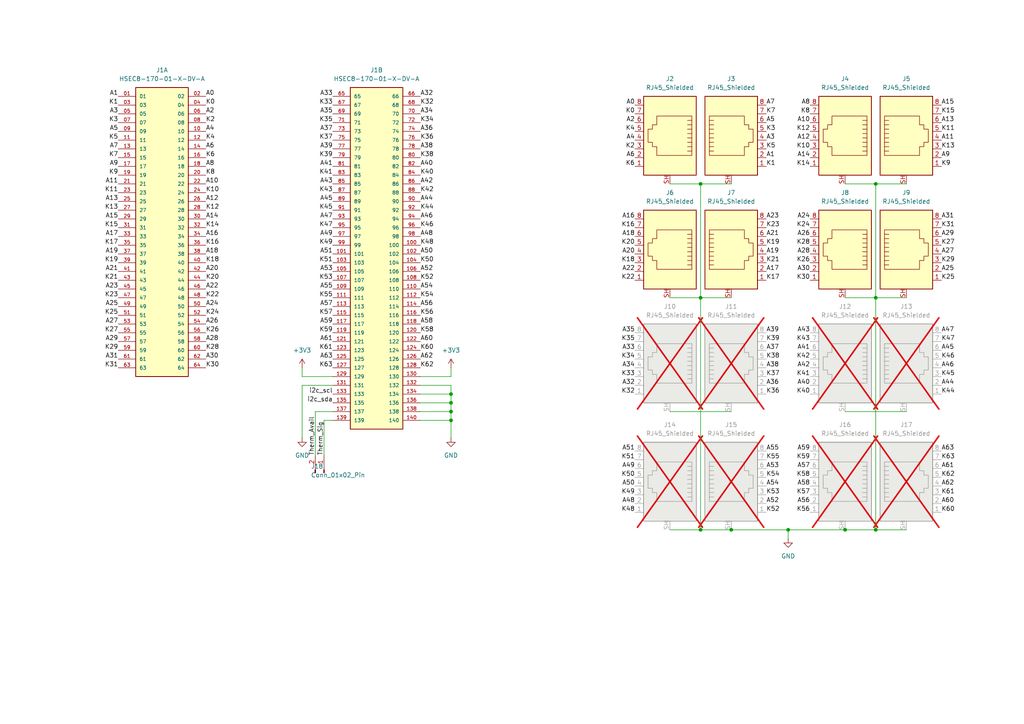
<source format=kicad_sch>
(kicad_sch (version 20250114) (generator "eeschema") (generator_version "9.0")
  (paper "A4")
  (title_block (title "A5202 to CAT6 RJ45 Backplane") (date "2025-05-18") (rev "1") (company "DarkQuest") (comment 1 "Noah Paladino"))
  (lib_symbols
    (symbol "Connector:Conn_01x02_Pin" (pin_names (offset 1.016) (hide yes))
      (property "Reference" "J" (at 0 2.54 0))
      (property "Value" "Conn_01x02_Pin" (at 0 -5.08 0))
      (symbol "Conn_01x02_Pin_1_1"
        (rectangle (start 0.8636 0.127) (end 0 -0.127) (stroke (width 0.1524)) (fill (type outline)))
        (rectangle (start 0.8636 -2.413) (end 0 -2.667) (stroke (width 0.1524)) (fill (type outline)))
        (polyline (pts (xy 1.27 0) (xy 0.8636 0)) (stroke (width 0.1524)))
        (polyline (pts (xy 1.27 -2.54) (xy 0.8636 -2.54)) (stroke (width 0.1524)))
        (pin passive line (at 5.08 0 180) (length 3.81) (name "Pin_1") (number "1"))
        (pin passive line (at 5.08 -2.54 180) (length 3.81) (name "Pin_2") (number "2"))
      )
    )
    (symbol "Connector:RJ45_Shielded" (pin_names (offset 1.016))
      (property "Reference" "J" (at -5.08 13.97 0))
      (property "Value" "RJ45_Shielded" (at 2.54 13.97 0))
      (symbol "RJ45_Shielded_0_1"
        (polyline (pts (xy -6.35 1.905) (xy -5.08 1.905) (xy -5.08 1.905)))
        (polyline (pts (xy -6.35 0.635) (xy -5.08 0.635) (xy -5.08 0.635)))
        (polyline (pts (xy -6.35 -0.635) (xy -5.08 -0.635) (xy -5.08 -0.635)))
        (polyline (pts (xy -6.35 -1.905) (xy -5.08 -1.905) (xy -5.08 -1.905)))
        (polyline (pts (xy -6.35 -3.175) (xy -5.08 -3.175) (xy -5.08 -3.175)))
        (polyline (pts (xy -6.35 -4.445) (xy -6.35 6.985) (xy 3.81 6.985) (xy 3.81 4.445) (xy 5.08 4.445) (xy 5.08 3.175) (xy 6.35 3.175) (xy 6.35 -0.635) (xy 5.08 -0.635) (xy 5.08 -1.905) (xy 3.81 -1.905) (xy 3.81 -4.445) (xy -6.35 -4.445) (xy -6.35 -4.445)))
        (polyline (pts (xy -5.08 5.715) (xy -6.35 5.715)))
        (polyline (pts (xy -5.08 4.445) (xy -6.35 4.445)))
        (polyline (pts (xy -5.08 3.175) (xy -6.35 3.175) (xy -6.35 3.175)))
        (rectangle (start 7.62 12.7) (end -7.62 -10.16) (stroke (width 0.254)) (fill (type background)))
      )
      (symbol "RJ45_Shielded_1_1"
        (pin passive line (at 0 -12.7 90) (length 2.54) (name "~") (number "SH"))
        (pin passive line (at 10.16 10.16 180) (length 2.54) (name "~") (number "8"))
        (pin passive line (at 10.16 7.62 180) (length 2.54) (name "~") (number "7"))
        (pin passive line (at 10.16 5.08 180) (length 2.54) (name "~") (number "6"))
        (pin passive line (at 10.16 2.54 180) (length 2.54) (name "~") (number "5"))
        (pin passive line (at 10.16 0 180) (length 2.54) (name "~") (number "4"))
        (pin passive line (at 10.16 -2.54 180) (length 2.54) (name "~") (number "3"))
        (pin passive line (at 10.16 -5.08 180) (length 2.54) (name "~") (number "2"))
        (pin passive line (at 10.16 -7.62 180) (length 2.54) (name "~") (number "1"))
      )
    )
    (symbol "HSEC8-170-01-X-DV-A:HSEC8-170-01-X-DV-A" (pin_names (offset 1.016))
      (property "Reference" "J" (at -7.62 41.402 0))
      (property "Value" "HSEC8-170-01-X-DV-A" (at -7.62 -43.942 0))
      (symbol "HSEC8-170-01-X-DV-A_1_0"
        (rectangle (start -7.62 -43.18) (end 7.62 40.64) (stroke (width 0.254)) (fill (type background)))
        (pin passive line (at -12.7 38.1 0) (length 5.08) (name "01") (number "01"))
        (pin passive line (at -12.7 35.56 0) (length 5.08) (name "03") (number "03"))
        (pin passive line (at -12.7 33.02 0) (length 5.08) (name "05") (number "05"))
        (pin passive line (at -12.7 30.48 0) (length 5.08) (name "07") (number "07"))
        (pin passive line (at -12.7 27.94 0) (length 5.08) (name "09") (number "09"))
        (pin passive line (at -12.7 25.4 0) (length 5.08) (name "11") (number "11"))
        (pin passive line (at -12.7 22.86 0) (length 5.08) (name "13") (number "13"))
        (pin passive line (at -12.7 20.32 0) (length 5.08) (name "15") (number "15"))
        (pin passive line (at -12.7 17.78 0) (length 5.08) (name "17") (number "17"))
        (pin passive line (at -12.7 15.24 0) (length 5.08) (name "19") (number "19"))
        (pin passive line (at -12.7 12.7 0) (length 5.08) (name "21") (number "21"))
        (pin passive line (at -12.7 10.16 0) (length 5.08) (name "23") (number "23"))
        (pin passive line (at -12.7 7.62 0) (length 5.08) (name "25") (number "25"))
        (pin passive line (at -12.7 5.08 0) (length 5.08) (name "27") (number "27"))
        (pin passive line (at -12.7 2.54 0) (length 5.08) (name "29") (number "29"))
        (pin passive line (at -12.7 0 0) (length 5.08) (name "31") (number "31"))
        (pin passive line (at -12.7 -2.54 0) (length 5.08) (name "33") (number "33"))
        (pin passive line (at -12.7 -5.08 0) (length 5.08) (name "35") (number "35"))
        (pin passive line (at -12.7 -7.62 0) (length 5.08) (name "37") (number "37"))
        (pin passive line (at -12.7 -10.16 0) (length 5.08) (name "39") (number "39"))
        (pin passive line (at -12.7 -12.7 0) (length 5.08) (name "41") (number "41"))
        (pin passive line (at -12.7 -15.24 0) (length 5.08) (name "43") (number "43"))
        (pin passive line (at -12.7 -17.78 0) (length 5.08) (name "45") (number "45"))
        (pin passive line (at -12.7 -20.32 0) (length 5.08) (name "47") (number "47"))
        (pin passive line (at -12.7 -22.86 0) (length 5.08) (name "49") (number "49"))
        (pin passive line (at -12.7 -25.4 0) (length 5.08) (name "51") (number "51"))
        (pin passive line (at -12.7 -27.94 0) (length 5.08) (name "53") (number "53"))
        (pin passive line (at -12.7 -30.48 0) (length 5.08) (name "55") (number "55"))
        (pin passive line (at -12.7 -33.02 0) (length 5.08) (name "57") (number "57"))
        (pin passive line (at -12.7 -35.56 0) (length 5.08) (name "59") (number "59"))
        (pin passive line (at -12.7 -38.1 0) (length 5.08) (name "61") (number "61"))
        (pin passive line (at -12.7 -40.64 0) (length 5.08) (name "63") (number "63"))
        (pin passive line (at 12.7 38.1 180) (length 5.08) (name "02") (number "02"))
        (pin passive line (at 12.7 35.56 180) (length 5.08) (name "04") (number "04"))
        (pin passive line (at 12.7 33.02 180) (length 5.08) (name "06") (number "06"))
        (pin passive line (at 12.7 30.48 180) (length 5.08) (name "08") (number "08"))
        (pin passive line (at 12.7 27.94 180) (length 5.08) (name "10") (number "10"))
        (pin passive line (at 12.7 25.4 180) (length 5.08) (name "12") (number "12"))
        (pin passive line (at 12.7 22.86 180) (length 5.08) (name "14") (number "14"))
        (pin passive line (at 12.7 20.32 180) (length 5.08) (name "16") (number "16"))
        (pin passive line (at 12.7 17.78 180) (length 5.08) (name "18") (number "18"))
        (pin passive line (at 12.7 15.24 180) (length 5.08) (name "20") (number "20"))
        (pin passive line (at 12.7 12.7 180) (length 5.08) (name "22") (number "22"))
        (pin passive line (at 12.7 10.16 180) (length 5.08) (name "24") (number "24"))
        (pin passive line (at 12.7 7.62 180) (length 5.08) (name "26") (number "26"))
        (pin passive line (at 12.7 5.08 180) (length 5.08) (name "28") (number "28"))
        (pin passive line (at 12.7 2.54 180) (length 5.08) (name "30") (number "30"))
        (pin passive line (at 12.7 0 180) (length 5.08) (name "32") (number "32"))
        (pin passive line (at 12.7 -2.54 180) (length 5.08) (name "34") (number "34"))
        (pin passive line (at 12.7 -5.08 180) (length 5.08) (name "36") (number "36"))
        (pin passive line (at 12.7 -7.62 180) (length 5.08) (name "38") (number "38"))
        (pin passive line (at 12.7 -10.16 180) (length 5.08) (name "40") (number "40"))
        (pin passive line (at 12.7 -12.7 180) (length 5.08) (name "42") (number "42"))
        (pin passive line (at 12.7 -15.24 180) (length 5.08) (name "44") (number "44"))
        (pin passive line (at 12.7 -17.78 180) (length 5.08) (name "46") (number "46"))
        (pin passive line (at 12.7 -20.32 180) (length 5.08) (name "48") (number "48"))
        (pin passive line (at 12.7 -22.86 180) (length 5.08) (name "50") (number "50"))
        (pin passive line (at 12.7 -25.4 180) (length 5.08) (name "52") (number "52"))
        (pin passive line (at 12.7 -27.94 180) (length 5.08) (name "54") (number "54"))
        (pin passive line (at 12.7 -30.48 180) (length 5.08) (name "56") (number "56"))
        (pin passive line (at 12.7 -33.02 180) (length 5.08) (name "58") (number "58"))
        (pin passive line (at 12.7 -35.56 180) (length 5.08) (name "60") (number "60"))
        (pin passive line (at 12.7 -38.1 180) (length 5.08) (name "62") (number "62"))
        (pin passive line (at 12.7 -40.64 180) (length 5.08) (name "64") (number "64"))
      )
      (symbol "HSEC8-170-01-X-DV-A_2_0"
        (rectangle (start -7.62 -50.8) (end 7.62 48.26) (stroke (width 0.254)) (fill (type background)))
        (pin passive line (at -12.7 45.72 0) (length 5.08) (name "65") (number "65"))
        (pin passive line (at -12.7 43.18 0) (length 5.08) (name "67") (number "67"))
        (pin passive line (at -12.7 40.64 0) (length 5.08) (name "69") (number "69"))
        (pin passive line (at -12.7 38.1 0) (length 5.08) (name "71") (number "71"))
        (pin passive line (at -12.7 35.56 0) (length 5.08) (name "73") (number "73"))
        (pin passive line (at -12.7 33.02 0) (length 5.08) (name "75") (number "75"))
        (pin passive line (at -12.7 30.48 0) (length 5.08) (name "77") (number "77"))
        (pin passive line (at -12.7 27.94 0) (length 5.08) (name "79") (number "79"))
        (pin passive line (at -12.7 25.4 0) (length 5.08) (name "81") (number "81"))
        (pin passive line (at -12.7 22.86 0) (length 5.08) (name "83") (number "83"))
        (pin passive line (at -12.7 20.32 0) (length 5.08) (name "85") (number "85"))
        (pin passive line (at -12.7 17.78 0) (length 5.08) (name "87") (number "87"))
        (pin passive line (at -12.7 15.24 0) (length 5.08) (name "89") (number "89"))
        (pin passive line (at -12.7 12.7 0) (length 5.08) (name "91") (number "91"))
        (pin passive line (at -12.7 10.16 0) (length 5.08) (name "93") (number "93"))
        (pin passive line (at -12.7 7.62 0) (length 5.08) (name "95") (number "95"))
        (pin passive line (at -12.7 5.08 0) (length 5.08) (name "97") (number "97"))
        (pin passive line (at -12.7 2.54 0) (length 5.08) (name "99") (number "99"))
        (pin passive line (at -12.7 0 0) (length 5.08) (name "101") (number "101"))
        (pin passive line (at -12.7 -2.54 0) (length 5.08) (name "103") (number "103"))
        (pin passive line (at -12.7 -5.08 0) (length 5.08) (name "105") (number "105"))
        (pin passive line (at -12.7 -7.62 0) (length 5.08) (name "107") (number "107"))
        (pin passive line (at -12.7 -10.16 0) (length 5.08) (name "109") (number "109"))
        (pin passive line (at -12.7 -12.7 0) (length 5.08) (name "111") (number "111"))
        (pin passive line (at -12.7 -15.24 0) (length 5.08) (name "113") (number "113"))
        (pin passive line (at -12.7 -17.78 0) (length 5.08) (name "115") (number "115"))
        (pin passive line (at -12.7 -20.32 0) (length 5.08) (name "117") (number "117"))
        (pin passive line (at -12.7 -22.86 0) (length 5.08) (name "119") (number "119"))
        (pin passive line (at -12.7 -25.4 0) (length 5.08) (name "121") (number "121"))
        (pin passive line (at -12.7 -27.94 0) (length 5.08) (name "123") (number "123"))
        (pin passive line (at -12.7 -30.48 0) (length 5.08) (name "125") (number "125"))
        (pin passive line (at -12.7 -33.02 0) (length 5.08) (name "127") (number "127"))
        (pin passive line (at -12.7 -35.56 0) (length 5.08) (name "129") (number "129"))
        (pin passive line (at -12.7 -38.1 0) (length 5.08) (name "131") (number "131"))
        (pin passive line (at -12.7 -40.64 0) (length 5.08) (name "133") (number "133"))
        (pin passive line (at -12.7 -43.18 0) (length 5.08) (name "135") (number "135"))
        (pin passive line (at -12.7 -45.72 0) (length 5.08) (name "137") (number "137"))
        (pin passive line (at -12.7 -48.26 0) (length 5.08) (name "139") (number "139"))
        (pin passive line (at 12.7 45.72 180) (length 5.08) (name "66") (number "66"))
        (pin passive line (at 12.7 43.18 180) (length 5.08) (name "68") (number "68"))
        (pin passive line (at 12.7 40.64 180) (length 5.08) (name "70") (number "70"))
        (pin passive line (at 12.7 38.1 180) (length 5.08) (name "72") (number "72"))
        (pin passive line (at 12.7 35.56 180) (length 5.08) (name "74") (number "74"))
        (pin passive line (at 12.7 33.02 180) (length 5.08) (name "76") (number "76"))
        (pin passive line (at 12.7 30.48 180) (length 5.08) (name "78") (number "78"))
        (pin passive line (at 12.7 27.94 180) (length 5.08) (name "80") (number "80"))
        (pin passive line (at 12.7 25.4 180) (length 5.08) (name "82") (number "82"))
        (pin passive line (at 12.7 22.86 180) (length 5.08) (name "84") (number "84"))
        (pin passive line (at 12.7 20.32 180) (length 5.08) (name "86") (number "86"))
        (pin passive line (at 12.7 17.78 180) (length 5.08) (name "88") (number "88"))
        (pin passive line (at 12.7 15.24 180) (length 5.08) (name "90") (number "90"))
        (pin passive line (at 12.7 12.7 180) (length 5.08) (name "92") (number "92"))
        (pin passive line (at 12.7 10.16 180) (length 5.08) (name "94") (number "94"))
        (pin passive line (at 12.7 7.62 180) (length 5.08) (name "96") (number "96"))
        (pin passive line (at 12.7 5.08 180) (length 5.08) (name "98") (number "98"))
        (pin passive line (at 12.7 2.54 180) (length 5.08) (name "100") (number "100"))
        (pin passive line (at 12.7 0 180) (length 5.08) (name "102") (number "102"))
        (pin passive line (at 12.7 -2.54 180) (length 5.08) (name "104") (number "104"))
        (pin passive line (at 12.7 -5.08 180) (length 5.08) (name "106") (number "106"))
        (pin passive line (at 12.7 -7.62 180) (length 5.08) (name "108") (number "108"))
        (pin passive line (at 12.7 -10.16 180) (length 5.08) (name "110") (number "110"))
        (pin passive line (at 12.7 -12.7 180) (length 5.08) (name "112") (number "112"))
        (pin passive line (at 12.7 -15.24 180) (length 5.08) (name "114") (number "114"))
        (pin passive line (at 12.7 -17.78 180) (length 5.08) (name "116") (number "116"))
        (pin passive line (at 12.7 -20.32 180) (length 5.08) (name "118") (number "118"))
        (pin passive line (at 12.7 -22.86 180) (length 5.08) (name "120") (number "120"))
        (pin passive line (at 12.7 -25.4 180) (length 5.08) (name "122") (number "122"))
        (pin passive line (at 12.7 -27.94 180) (length 5.08) (name "124") (number "124"))
        (pin passive line (at 12.7 -30.48 180) (length 5.08) (name "126") (number "126"))
        (pin passive line (at 12.7 -33.02 180) (length 5.08) (name "128") (number "128"))
        (pin passive line (at 12.7 -35.56 180) (length 5.08) (name "130") (number "130"))
        (pin passive line (at 12.7 -38.1 180) (length 5.08) (name "132") (number "132"))
        (pin passive line (at 12.7 -40.64 180) (length 5.08) (name "134") (number "134"))
        (pin passive line (at 12.7 -43.18 180) (length 5.08) (name "136") (number "136"))
        (pin passive line (at 12.7 -45.72 180) (length 5.08) (name "138") (number "138"))
        (pin passive line (at 12.7 -48.26 180) (length 5.08) (name "140") (number "140"))
      )
    )
    (symbol "power:+3V3" (power) (pin_numbers (hide yes)) (pin_names (offset 0) (hide yes))
      (property "Value" "+3V3" (at 0 3.556 0))
      (symbol "+3V3_0_1"
        (polyline (pts (xy -0.762 1.27) (xy 0 2.54)))
        (polyline (pts (xy 0 2.54) (xy 0.762 1.27)))
        (polyline (pts (xy 0 0) (xy 0 2.54)))
      )
      (symbol "+3V3_1_1"
        (pin power_in line (at 0 0 90) (length 0) (name "~") (number "1"))
      )
    )
    (symbol "power:GND" (power) (pin_numbers (hide yes)) (pin_names (offset 0) (hide yes))
      (property "Value" "GND" (at 0 -3.81 0))
      (symbol "GND_0_1"
        (polyline (pts (xy 0 0) (xy 0 -1.27) (xy 1.27 -1.27) (xy 0 -2.54) (xy -1.27 -1.27) (xy 0 -1.27)))
      )
      (symbol "GND_1_1"
        (pin power_in line (at 0 0 270) (length 0) (name "~") (number "1"))
      )
    )
  )
  (junction (at 254 153.67))
  (junction (at 212.09 153.67))
  (junction (at 245.11 153.67))
  (junction (at 203.2 86.36))
  (junction (at 254 53.34))
  (junction (at 228.6 153.67))
  (junction (at 254 86.36))
  (junction (at 130.81 121.92))
  (junction (at 130.81 116.84))
  (junction (at 203.2 53.34))
  (junction (at 130.81 119.38))
  (junction (at 130.81 114.3))
  (junction (at 203.2 153.67))
  (wire (pts (xy 130.81 114.3) (xy 130.81 116.84)))
  (wire (pts (xy 121.92 111.76) (xy 130.81 111.76)))
  (wire (pts (xy 203.2 53.34) (xy 203.2 86.36)))
  (wire (pts (xy 254 53.34) (xy 254 86.36)))
  (wire (pts (xy 245.11 119.38) (xy 262.89 119.38)))
  (wire (pts (xy 203.2 86.36) (xy 212.09 86.36)))
  (wire (pts (xy 130.81 106.68) (xy 130.81 109.22)))
  (wire (pts (xy 228.6 153.67) (xy 245.11 153.67)))
  (wire (pts (xy 203.2 53.34) (xy 212.09 53.34)))
  (wire (pts (xy 203.2 153.67) (xy 212.09 153.67)))
  (wire (pts (xy 254 86.36) (xy 262.89 86.36)))
  (wire (pts (xy 194.31 119.38) (xy 212.09 119.38)))
  (wire (pts (xy 228.6 156.21) (xy 228.6 153.67)))
  (wire (pts (xy 91.44 132.08) (xy 91.44 119.38)))
  (wire (pts (xy 130.81 111.76) (xy 130.81 114.3)))
  (wire (pts (xy 96.52 121.92) (xy 93.98 121.92)))
  (wire (pts (xy 254 153.67) (xy 262.89 153.67)))
  (wire (pts (xy 203.2 86.36) (xy 203.2 153.67)))
  (wire (pts (xy 93.98 121.92) (xy 93.98 132.08)))
  (wire (pts (xy 130.81 116.84) (xy 130.81 119.38)))
  (wire (pts (xy 212.09 153.67) (xy 228.6 153.67)))
  (wire (pts (xy 130.81 121.92) (xy 121.92 121.92)))
  (wire (pts (xy 130.81 114.3) (xy 121.92 114.3)))
  (wire (pts (xy 254 53.34) (xy 262.89 53.34)))
  (wire (pts (xy 245.11 53.34) (xy 254 53.34)))
  (wire (pts (xy 130.81 119.38) (xy 130.81 121.92)))
  (wire (pts (xy 87.63 111.76) (xy 87.63 127)))
  (wire (pts (xy 194.31 153.67) (xy 203.2 153.67)))
  (wire (pts (xy 245.11 86.36) (xy 254 86.36)))
  (wire (pts (xy 91.44 119.38) (xy 96.52 119.38)))
  (wire (pts (xy 130.81 116.84) (xy 121.92 116.84)))
  (wire (pts (xy 130.81 119.38) (xy 121.92 119.38)))
  (wire (pts (xy 245.11 153.67) (xy 254 153.67)))
  (wire (pts (xy 87.63 106.68) (xy 87.63 109.22)))
  (wire (pts (xy 96.52 109.22) (xy 87.63 109.22)))
  (wire (pts (xy 194.31 86.36) (xy 203.2 86.36)))
  (wire (pts (xy 130.81 121.92) (xy 130.81 127)))
  (wire (pts (xy 121.92 109.22) (xy 130.81 109.22)))
  (wire (pts (xy 254 86.36) (xy 254 153.67)))
  (wire (pts (xy 96.52 111.76) (xy 87.63 111.76)))
  (wire (pts (xy 194.31 53.34) (xy 203.2 53.34)))
  (label "A19" (at 222.25 73.66 0))
  (label "A20" (at 184.15 73.66 180))
  (label "A56" (at 121.92 88.9 0))
  (label "K34" (at 121.92 35.56 0))
  (label "K25" (at 34.29 91.44 180))
  (label "A21" (at 34.29 78.74 180))
  (label "A39" (at 222.25 96.52 0))
  (label "A37" (at 222.25 101.6 0))
  (label "A28" (at 59.69 99.06 0))
  (label "A58" (at 121.92 93.98 0))
  (label "A51" (at 96.52 73.66 180))
  (label "K54" (at 121.92 86.36 0))
  (label "K38" (at 121.92 45.72 0))
  (label "K19" (at 34.29 76.2 180))
  (label "A8" (at 59.69 48.26 0))
  (label "A50" (at 184.15 140.97 180))
  (label "K27" (at 34.29 96.52 180))
  (label "A60" (at 121.92 99.06 0))
  (label "A21" (at 222.25 68.58 0))
  (label "K23" (at 34.29 86.36 180))
  (label "A8" (at 234.95 30.48 180))
  (label "A52" (at 121.92 78.74 0))
  (label "K17" (at 222.25 81.28 0))
  (label "K12" (at 59.69 60.96 0))
  (label "A27" (at 273.05 73.66 0))
  (label "A40" (at 234.95 111.76 180))
  (label "A46" (at 121.92 63.5 0))
  (label "K25" (at 273.05 81.28 0))
  (label "K58" (at 121.92 96.52 0))
  (label "A53" (at 96.52 78.74 180))
  (label "K4" (at 59.69 40.64 0))
  (label "K63" (at 96.52 106.68 180))
  (label "A19" (at 34.29 73.66 180))
  (label "A28" (at 234.95 73.66 180))
  (label "K35" (at 184.15 99.06 180))
  (label "Therm_Avail" (at 91.44 132.08 90))
  (label "K31" (at 273.05 66.04 0))
  (label "K62" (at 273.05 138.43 0))
  (label "A63" (at 96.52 104.14 180))
  (label "K9" (at 273.05 48.26 0))
  (label "K50" (at 121.92 76.2 0))
  (label "i2c_scl" (at 96.52 114.3 180))
  (label "K10" (at 59.69 55.88 0))
  (label "K27" (at 273.05 71.12 0))
  (label "A4" (at 184.15 40.64 180))
  (label "K13" (at 273.05 43.18 0))
  (label "A31" (at 34.29 104.14 180))
  (label "K38" (at 222.25 104.14 0))
  (label "K9" (at 34.29 50.8 180))
  (label "A45" (at 273.05 101.6 0))
  (label "K61" (at 96.52 101.6 180))
  (label "K55" (at 222.25 133.35 0))
  (label "K22" (at 59.69 86.36 0))
  (label "A0" (at 184.15 30.48 180))
  (label "K24" (at 234.95 66.04 180))
  (label "A62" (at 121.92 104.14 0))
  (label "K7" (at 222.25 33.02 0))
  (label "K5" (at 222.25 43.18 0))
  (label "K39" (at 96.52 45.72 180))
  (label "A31" (at 273.05 63.5 0))
  (label "A45" (at 96.52 58.42 180))
  (label "A49" (at 184.15 135.89 180))
  (label "K20" (at 184.15 71.12 180))
  (label "K8" (at 59.69 50.8 0))
  (label "K48" (at 121.92 71.12 0))
  (label "A23" (at 34.29 83.82 180))
  (label "A32" (at 121.92 27.94 0))
  (label "K3" (at 34.29 35.56 180))
  (label "K29" (at 273.05 76.2 0))
  (label "A38" (at 121.92 43.18 0))
  (label "K58" (at 234.95 138.43 180))
  (label "K23" (at 222.25 66.04 0))
  (label "K62" (at 121.92 106.68 0))
  (label "A1" (at 222.25 45.72 0))
  (label "A58" (at 234.95 140.97 180))
  (label "K14" (at 59.69 66.04 0))
  (label "A36" (at 121.92 38.1 0))
  (label "A29" (at 273.05 68.58 0))
  (label "A47" (at 273.05 96.52 0))
  (label "A41" (at 234.95 101.6 180))
  (label "A3" (at 34.29 33.02 180))
  (label "A33" (at 96.52 27.94 180))
  (label "K57" (at 234.95 143.51 180))
  (label "K32" (at 184.15 114.3 180))
  (label "A35" (at 96.52 33.02 180))
  (label "A14" (at 59.69 63.5 0))
  (label "A44" (at 121.92 58.42 0))
  (label "A20" (at 59.69 78.74 0))
  (label "A35" (at 184.15 96.52 180))
  (label "A61" (at 96.52 99.06 180))
  (label "A46" (at 273.05 106.68 0))
  (label "A16" (at 184.15 63.5 180))
  (label "A53" (at 222.25 135.89 0))
  (label "K22" (at 184.15 81.28 180))
  (label "K47" (at 96.52 66.04 180))
  (label "K19" (at 222.25 71.12 0))
  (label "A22" (at 184.15 78.74 180))
  (label "A5" (at 222.25 35.56 0))
  (label "K41" (at 96.52 50.8 180))
  (label "K43" (at 234.95 99.06 180))
  (label "A26" (at 234.95 68.58 180))
  (label "K61" (at 273.05 143.51 0))
  (label "K34" (at 184.15 104.14 180))
  (label "A13" (at 273.05 35.56 0))
  (label "A16" (at 59.69 68.58 0))
  (label "K32" (at 121.92 30.48 0))
  (label "A62" (at 273.05 140.97 0))
  (label "A15" (at 34.29 63.5 180))
  (label "K16" (at 184.15 66.04 180))
  (label "K33" (at 184.15 109.22 180))
  (label "A26" (at 59.69 93.98 0))
  (label "K30" (at 59.69 106.68 0))
  (label "K49" (at 184.15 143.51 180))
  (label "A41" (at 96.52 48.26 180))
  (label "K2" (at 184.15 43.18 180))
  (label "K40" (at 121.92 50.8 0))
  (label "K11" (at 34.29 55.88 180))
  (label "A33" (at 184.15 101.6 180))
  (label "K53" (at 222.25 143.51 0))
  (label "K8" (at 234.95 33.02 180))
  (label "A13" (at 34.29 58.42 180))
  (label "A44" (at 273.05 111.76 0))
  (label "K36" (at 222.25 114.3 0))
  (label "K24" (at 59.69 91.44 0))
  (label "A34" (at 184.15 106.68 180))
  (label "K15" (at 34.29 66.04 180))
  (label "A0" (at 59.69 27.94 0))
  (label "A34" (at 121.92 33.02 0))
  (label "A55" (at 222.25 130.81 0))
  (label "K55" (at 96.52 86.36 180))
  (label "K42" (at 234.95 104.14 180))
  (label "K39" (at 222.25 99.06 0))
  (label "A49" (at 96.52 68.58 180))
  (label "A5" (at 34.29 38.1 180))
  (label "A59" (at 234.95 130.81 180))
  (label "K37" (at 222.25 109.22 0))
  (label "A1" (at 34.29 27.94 180))
  (label "K47" (at 273.05 99.06 0))
  (label "K2" (at 59.69 35.56 0))
  (label "K11" (at 273.05 38.1 0))
  (label "A43" (at 96.52 53.34 180))
  (label "A9" (at 273.05 45.72 0))
  (label "A6" (at 184.15 45.72 180))
  (label "K6" (at 59.69 45.72 0))
  (label "A11" (at 273.05 40.64 0))
  (label "K53" (at 96.52 81.28 180))
  (label "K6" (at 184.15 48.26 180))
  (label "K54" (at 222.25 138.43 0))
  (label "K21" (at 34.29 81.28 180))
  (label "A48" (at 121.92 68.58 0))
  (label "A11" (at 34.29 53.34 180))
  (label "A27" (at 34.29 93.98 180))
  (label "A50" (at 121.92 73.66 0))
  (label "A55" (at 96.52 83.82 180))
  (label "A30" (at 234.95 78.74 180))
  (label "K43" (at 96.52 55.88 180))
  (label "A48" (at 184.15 146.05 180))
  (label "A61" (at 273.05 135.89 0))
  (label "K52" (at 121.92 81.28 0))
  (label "K46" (at 121.92 66.04 0))
  (label "A54" (at 121.92 83.82 0))
  (label "A63" (at 273.05 130.81 0))
  (label "A59" (at 96.52 93.98 180))
  (label "K59" (at 234.95 133.35 180))
  (label "K33" (at 96.52 30.48 180))
  (label "K28" (at 59.69 101.6 0))
  (label "A10" (at 234.95 35.56 180))
  (label "A17" (at 222.25 78.74 0))
  (label "K5" (at 34.29 40.64 180))
  (label "i2c_sda" (at 96.52 116.84 180))
  (label "K56" (at 121.92 91.44 0))
  (label "K12" (at 234.95 38.1 180))
  (label "K45" (at 96.52 60.96 180))
  (label "A18" (at 184.15 68.58 180))
  (label "A3" (at 222.25 40.64 0))
  (label "A17" (at 34.29 68.58 180))
  (label "K1" (at 34.29 30.48 180))
  (label "K57" (at 96.52 91.44 180))
  (label "K51" (at 96.52 76.2 180))
  (label "A60" (at 273.05 146.05 0))
  (label "K10" (at 234.95 43.18 180))
  (label "K30" (at 234.95 81.28 180))
  (label "K41" (at 234.95 109.22 180))
  (label "K44" (at 273.05 114.3 0))
  (label "K1" (at 222.25 48.26 0))
  (label "K29" (at 34.29 101.6 180))
  (label "K40" (at 234.95 114.3 180))
  (label "A51" (at 184.15 130.81 180))
  (label "K3" (at 222.25 38.1 0))
  (label "K16" (at 59.69 71.12 0))
  (label "K28" (at 234.95 71.12 180))
  (label "K50" (at 184.15 138.43 180))
  (label "A14" (at 234.95 45.72 180))
  (label "K18" (at 59.69 76.2 0))
  (label "K59" (at 96.52 96.52 180))
  (label "A25" (at 34.29 88.9 180))
  (label "A38" (at 222.25 106.68 0))
  (label "A10" (at 59.69 53.34 0))
  (label "K0" (at 184.15 33.02 180))
  (label "A29" (at 34.29 99.06 180))
  (label "K42" (at 121.92 55.88 0))
  (label "K48" (at 184.15 148.59 180))
  (label "K15" (at 273.05 33.02 0))
  (label "K51" (at 184.15 133.35 180))
  (label "K18" (at 184.15 76.2 180))
  (label "A12" (at 234.95 40.64 180))
  (label "K26" (at 59.69 96.52 0))
  (label "A22" (at 59.69 83.82 0))
  (label "A6" (at 59.69 43.18 0))
  (label "A54" (at 222.25 140.97 0))
  (label "K14" (at 234.95 48.26 180))
  (label "A36" (at 222.25 111.76 0))
  (label "A18" (at 59.69 73.66 0))
  (label "K7" (at 34.29 45.72 180))
  (label "K60" (at 273.05 148.59 0))
  (label "A40" (at 121.92 48.26 0))
  (label "K35" (at 96.52 35.56 180))
  (label "A37" (at 96.52 38.1 180))
  (label "A42" (at 121.92 53.34 0))
  (label "K36" (at 121.92 40.64 0))
  (label "A9" (at 34.29 48.26 180))
  (label "A57" (at 234.95 135.89 180))
  (label "A30" (at 59.69 104.14 0))
  (label "K26" (at 234.95 76.2 180))
  (label "K20" (at 59.69 81.28 0))
  (label "A42" (at 234.95 106.68 180))
  (label "A4" (at 59.69 38.1 0))
  (label "A32" (at 184.15 111.76 180))
  (label "A47" (at 96.52 63.5 180))
  (label "A7" (at 222.25 30.48 0))
  (label "K17" (at 34.29 71.12 180))
  (label "Therm_Sig" (at 93.98 132.08 90))
  (label "K45" (at 273.05 109.22 0))
  (label "A43" (at 234.95 96.52 180))
  (label "A12" (at 59.69 58.42 0))
  (label "K13" (at 34.29 60.96 180))
  (label "K44" (at 121.92 60.96 0))
  (label "A15" (at 273.05 30.48 0))
  (label "K56" (at 234.95 148.59 180))
  (label "A39" (at 96.52 43.18 180))
  (label "A25" (at 273.05 78.74 0))
  (label "A23" (at 222.25 63.5 0))
  (label "K0" (at 59.69 30.48 0))
  (label "K37" (at 96.52 40.64 180))
  (label "K21" (at 222.25 76.2 0))
  (label "K63" (at 273.05 133.35 0))
  (label "K4" (at 184.15 38.1 180))
  (label "A24" (at 234.95 63.5 180))
  (label "A52" (at 222.25 146.05 0))
  (label "A2" (at 59.69 33.02 0))
  (label "A2" (at 184.15 35.56 180))
  (label "K49" (at 96.52 71.12 180))
  (label "K31" (at 34.29 106.68 180))
  (label "A7" (at 34.29 43.18 180))
  (label "A56" (at 234.95 146.05 180))
  (label "K46" (at 273.05 104.14 0))
  (label "K60" (at 121.92 101.6 0))
  (label "A57" (at 96.52 88.9 180))
  (label "K52" (at 222.25 148.59 0))
  (label "A24" (at 59.69 88.9 0))
  (symbol (lib_id "Connector:RJ45_Shielded") (at 212.09 106.68 0) (unit 1) (exclude_from_sim yes) (in_bom no) (on_board no) (dnp yes)
    (property "Reference" "J11" (at 212.09 88.9 0))
    (property "Value" "RJ45_Shielded" (at 212.09 91.44 0))
    (property "Footprint" "RJJS-88-122-E7V-022:RJJS-88-122-E7V-022" (effects (hide yes)))
    (property "Description" "RJ connector, 8P8C (8 positions 8 connected), Shielded" (effects (hide yes)))
  )
  (symbol (lib_id "power:+3V3") (at 87.63 106.68 0) (unit 1)
    (property "Reference" "#PWR04" (effects (hide yes)))
    (property "Value" "+3V3" (at 87.63 101.6 0))
    (property "Description" "Power symbol creates a global label with name \"+3V3\"" (effects (hide yes)))
  )
  (symbol (lib_id "HSEC8-170-01-X-DV-A:HSEC8-170-01-X-DV-A") (at 109.22 73.66 0) (unit 2)
    (property "Reference" "J1" (at 109.22 20.32 0))
    (property "Value" "HSEC8-170-01-X-DV-A" (at 109.22 22.86 0))
    (property "Footprint" "HSEC8-170-01-X-DV-A:SAMTEC_HSEC8-170-01-X-DV-A" (effects (hide yes)))
    (property "PARTREV" "AH" (effects (hide yes)))
    (property "MANUFACTURER" "Samtec" (effects (hide yes)))
    (property "MAXIMUM_PACKAGE_HEIGHT" "8.13 mm" (effects (hide yes)))
    (property "STANDARD" "Manufacturer Recommendations" (effects (hide yes)))
  )
  (symbol (lib_id "Connector:RJ45_Shielded") (at 212.09 73.66 0) (unit 1)
    (property "Reference" "J7" (at 212.09 55.88 0))
    (property "Value" "RJ45_Shielded" (at 212.09 58.42 0))
    (property "Footprint" "RJJS-88-122-E7V-022:RJJS-88-122-E7V-022" (effects (hide yes)))
    (property "Description" "RJ connector, 8P8C (8 positions 8 connected), Shielded" (effects (hide yes)))
  )
  (symbol (lib_id "power:GND") (at 130.81 127 0) (mirror y) (unit 1)
    (property "Reference" "#PWR02" (effects (hide yes)))
    (property "Value" "GND" (at 130.81 132.08 0))
    (property "Description" "Power symbol creates a global label with name \"GND\" , ground" (effects (hide yes)))
  )
  (symbol (lib_id "Connector:RJ45_Shielded") (at 212.09 140.97 0) (unit 1) (exclude_from_sim yes) (in_bom no) (on_board no) (dnp yes)
    (property "Reference" "J15" (at 212.09 123.19 0))
    (property "Value" "RJ45_Shielded" (at 212.09 125.73 0))
    (property "Footprint" "RJJS-88-122-E7V-022:RJJS-88-122-E7V-022" (effects (hide yes)))
    (property "Description" "RJ connector, 8P8C (8 positions 8 connected), Shielded" (effects (hide yes)))
  )
  (symbol (lib_id "Connector:RJ45_Shielded") (at 194.31 140.97 0) (mirror y) (unit 1) (exclude_from_sim yes) (in_bom no) (on_board no) (dnp yes)
    (property "Reference" "J14" (at 194.31 123.19 0))
    (property "Value" "RJ45_Shielded" (at 194.31 125.73 0))
    (property "Footprint" "RJJS-88-122-E7V-022:RJJS-88-122-E7V-022" (effects (hide yes)))
    (property "Description" "RJ connector, 8P8C (8 positions 8 connected), Shielded" (effects (hide yes)))
  )
  (symbol (lib_id "Connector:RJ45_Shielded") (at 245.11 106.68 0) (mirror y) (unit 1) (exclude_from_sim yes) (in_bom no) (on_board no) (dnp yes)
    (property "Reference" "J12" (at 245.11 88.9 0))
    (property "Value" "RJ45_Shielded" (at 245.11 91.44 0))
    (property "Footprint" "RJJS-88-122-E7V-022:RJJS-88-122-E7V-022" (effects (hide yes)))
    (property "Description" "RJ connector, 8P8C (8 positions 8 connected), Shielded" (effects (hide yes)))
  )
  (symbol (lib_id "Connector:RJ45_Shielded") (at 262.89 106.68 0) (unit 1) (exclude_from_sim yes) (in_bom no) (on_board no) (dnp yes)
    (property "Reference" "J13" (at 262.89 88.9 0))
    (property "Value" "RJ45_Shielded" (at 262.89 91.44 0))
    (property "Footprint" "RJJS-88-122-E7V-022:RJJS-88-122-E7V-022" (effects (hide yes)))
    (property "Description" "RJ connector, 8P8C (8 positions 8 connected), Shielded" (effects (hide yes)))
  )
  (symbol (lib_id "Connector:RJ45_Shielded") (at 245.11 140.97 0) (mirror y) (unit 1) (exclude_from_sim yes) (in_bom no) (on_board no) (dnp yes)
    (property "Reference" "J16" (at 245.11 123.19 0))
    (property "Value" "RJ45_Shielded" (at 245.11 125.73 0))
    (property "Footprint" "RJJS-88-122-E7V-022:RJJS-88-122-E7V-022" (effects (hide yes)))
    (property "Description" "RJ connector, 8P8C (8 positions 8 connected), Shielded" (effects (hide yes)))
  )
  (symbol (lib_id "Connector:RJ45_Shielded") (at 262.89 40.64 0) (unit 1)
    (property "Reference" "J5" (at 262.89 22.86 0))
    (property "Value" "RJ45_Shielded" (at 262.89 25.4 0))
    (property "Footprint" "RJJS-88-122-E7V-022:RJJS-88-122-E7V-022" (effects (hide yes)))
    (property "Description" "RJ connector, 8P8C (8 positions 8 connected), Shielded" (effects (hide yes)))
  )
  (symbol (lib_id "Connector:Conn_01x02_Pin") (at 93.98 137.16 270) (mirror x) (unit 1)
    (property "Reference" "J18" (at 90.17 135.2549 90) (effects (justify left)))
    (property "Value" "Conn_01x02_Pin" (at 90.17 137.7949 90) (effects (justify left)))
    (property "Footprint" "Connector_PinHeader_2.54mm:PinHeader_1x02_P2.54mm_Vertical" (effects (hide yes)))
    (property "Description" "Generic connector, single row, 01x02, script generated" (effects (hide yes)))
  )
  (symbol (lib_id "Connector:RJ45_Shielded") (at 194.31 73.66 0) (mirror y) (unit 1)
    (property "Reference" "J6" (at 194.31 55.88 0))
    (property "Value" "RJ45_Shielded" (at 194.31 58.42 0))
    (property "Footprint" "RJJS-88-122-E7V-022:RJJS-88-122-E7V-022" (effects (hide yes)))
    (property "Description" "RJ connector, 8P8C (8 positions 8 connected), Shielded" (effects (hide yes)))
  )
  (symbol (lib_id "Connector:RJ45_Shielded") (at 194.31 106.68 0) (mirror y) (unit 1) (exclude_from_sim yes) (in_bom no) (on_board no) (dnp yes)
    (property "Reference" "J10" (at 194.31 88.9 0))
    (property "Value" "RJ45_Shielded" (at 194.31 91.44 0))
    (property "Footprint" "RJJS-88-122-E7V-022:RJJS-88-122-E7V-022" (effects (hide yes)))
    (property "Description" "RJ connector, 8P8C (8 positions 8 connected), Shielded" (effects (hide yes)))
  )
  (symbol (lib_id "Connector:RJ45_Shielded") (at 212.09 40.64 0) (unit 1)
    (property "Reference" "J3" (at 212.09 22.86 0))
    (property "Value" "RJ45_Shielded" (at 212.09 25.4 0))
    (property "Footprint" "RJJS-88-122-E7V-022:RJJS-88-122-E7V-022" (effects (hide yes)))
    (property "Description" "RJ connector, 8P8C (8 positions 8 connected), Shielded" (effects (hide yes)))
  )
  (symbol (lib_id "power:GND") (at 87.63 127 0) (mirror y) (unit 1)
    (property "Reference" "#PWR05" (effects (hide yes)))
    (property "Value" "GND" (at 87.63 132.08 0))
    (property "Description" "Power symbol creates a global label with name \"GND\" , ground" (effects (hide yes)))
  )
  (symbol (lib_id "power:GND") (at 228.6 156.21 0) (unit 1)
    (property "Reference" "#PWR01" (effects (hide yes)))
    (property "Value" "GND" (at 228.6 161.29 0))
    (property "Description" "Power symbol creates a global label with name \"GND\" , ground" (effects (hide yes)))
  )
  (symbol (lib_id "Connector:RJ45_Shielded") (at 245.11 73.66 0) (mirror y) (unit 1)
    (property "Reference" "J8" (at 245.11 55.88 0))
    (property "Value" "RJ45_Shielded" (at 245.11 58.42 0))
    (property "Footprint" "RJJS-88-122-E7V-022:RJJS-88-122-E7V-022" (effects (hide yes)))
    (property "Description" "RJ connector, 8P8C (8 positions 8 connected), Shielded" (effects (hide yes)))
  )
  (symbol (lib_id "HSEC8-170-01-X-DV-A:HSEC8-170-01-X-DV-A") (at 46.99 66.04 0) (unit 1)
    (property "Reference" "J1" (at 46.99 20.32 0))
    (property "Value" "HSEC8-170-01-X-DV-A" (at 46.99 22.86 0))
    (property "Footprint" "HSEC8-170-01-X-DV-A:SAMTEC_HSEC8-170-01-X-DV-A" (effects (hide yes)))
    (property "PARTREV" "AH" (effects (hide yes)))
    (property "MANUFACTURER" "Samtec" (effects (hide yes)))
    (property "MAXIMUM_PACKAGE_HEIGHT" "8.13 mm" (effects (hide yes)))
    (property "STANDARD" "Manufacturer Recommendations" (effects (hide yes)))
  )
  (symbol (lib_id "power:+3V3") (at 130.81 106.68 0) (mirror y) (unit 1)
    (property "Reference" "#PWR03" (effects (hide yes)))
    (property "Value" "+3V3" (at 130.81 101.6 0))
    (property "Description" "Power symbol creates a global label with name \"+3V3\"" (effects (hide yes)))
  )
  (symbol (lib_id "Connector:RJ45_Shielded") (at 262.89 73.66 0) (unit 1)
    (property "Reference" "J9" (at 262.89 55.88 0))
    (property "Value" "RJ45_Shielded" (at 262.89 58.42 0))
    (property "Footprint" "RJJS-88-122-E7V-022:RJJS-88-122-E7V-022" (effects (hide yes)))
    (property "Description" "RJ connector, 8P8C (8 positions 8 connected), Shielded" (effects (hide yes)))
  )
  (symbol (lib_id "Connector:RJ45_Shielded") (at 245.11 40.64 0) (mirror y) (unit 1)
    (property "Reference" "J4" (at 245.11 22.86 0))
    (property "Value" "RJ45_Shielded" (at 245.11 25.4 0))
    (property "Footprint" "RJJS-88-122-E7V-022:RJJS-88-122-E7V-022" (effects (hide yes)))
    (property "Description" "RJ connector, 8P8C (8 positions 8 connected), Shielded" (effects (hide yes)))
  )
  (symbol (lib_id "Connector:RJ45_Shielded") (at 262.89 140.97 0) (unit 1) (exclude_from_sim yes) (in_bom no) (on_board no) (dnp yes)
    (property "Reference" "J17" (at 262.89 123.19 0))
    (property "Value" "RJ45_Shielded" (at 262.89 125.73 0))
    (property "Footprint" "RJJS-88-122-E7V-022:RJJS-88-122-E7V-022" (effects (hide yes)))
    (property "Description" "RJ connector, 8P8C (8 positions 8 connected), Shielded" (effects (hide yes)))
  )
  (symbol (lib_id "Connector:RJ45_Shielded") (at 194.31 40.64 0) (mirror y) (unit 1)
    (property "Reference" "J2" (at 194.31 22.86 0))
    (property "Value" "RJ45_Shielded" (at 194.31 25.4 0))
    (property "Footprint" "RJJS-88-122-E7V-022:RJJS-88-122-E7V-022" (effects (hide yes)))
    (property "Description" "RJ connector, 8P8C (8 positions 8 connected), Shielded" (effects (hide yes)))
  )
)
</source>
